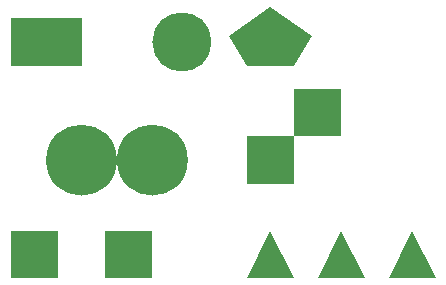
<source format=gbr>
G04 Test: Multiple contours in region statement*
G04 Tests D02 to start multiple contours in single G36/G37*
G04 Based on Gerber spec section 4.10.4*
%FSLAX26Y26*%
%MOMM*%
%LPD*%
G04 Example 1: Two separate non-overlapping squares*
G36*
G04 First square*
X2000000Y2000000D02*
G01*
X6000000D01*
Y6000000D01*
X2000000D01*
Y2000000D01*
G04 Second square (D02 starts new contour)*
X10000000Y2000000D02*
X14000000D01*
Y6000000D01*
X10000000D01*
Y2000000D01*
G37*
G04 Example 2: Two overlapping circles*
G75*
G36*
G04 First circle*
X5000000Y12000000D02*
G03*
X5000000Y12000000I3000000J0D01*
G04 Second overlapping circle*
X11000000Y12000000D02*
G03*
X11000000Y12000000I3000000J0D01*
G37*
G04 Example 3: Three triangles*
G36*
G01*
G04 Triangle 1*
X22000000Y2000000D02*
X26000000D01*
X24000000Y6000000D01*
X22000000Y2000000D01*
G04 Triangle 2*
X28000000Y2000000D02*
X32000000D01*
X30000000Y6000000D01*
X28000000Y2000000D01*
G04 Triangle 3*
X34000000Y2000000D02*
X38000000D01*
X36000000Y6000000D01*
X34000000Y2000000D01*
G37*
G04 Example 4: Touching contours (they share a point)*
G36*
G04 First square*
X22000000Y10000000D02*
X26000000D01*
Y14000000D01*
X22000000D01*
Y10000000D01*
G04 Second square touching first at corner*
X26000000Y14000000D02*
X30000000D01*
Y18000000D01*
X26000000D01*
Y14000000D01*
G37*
G04 Example 5: Mix of shapes*
G36*
G04 Rectangle*
X2000000Y20000000D02*
G01*
X8000000D01*
Y24000000D01*
X2000000D01*
Y20000000D01*
G04 Circle*
X14000000Y22000000D02*
G75*
G03*
X14000000Y22000000I2500000J0D01*
G04 Pentagon*
G01*
X22000000Y20000000D02*
X26000000D01*
X27500000Y22500000D01*
X24000000Y25000000D01*
X20500000Y22500000D01*
X22000000Y20000000D01*
G37*
M02*

</source>
